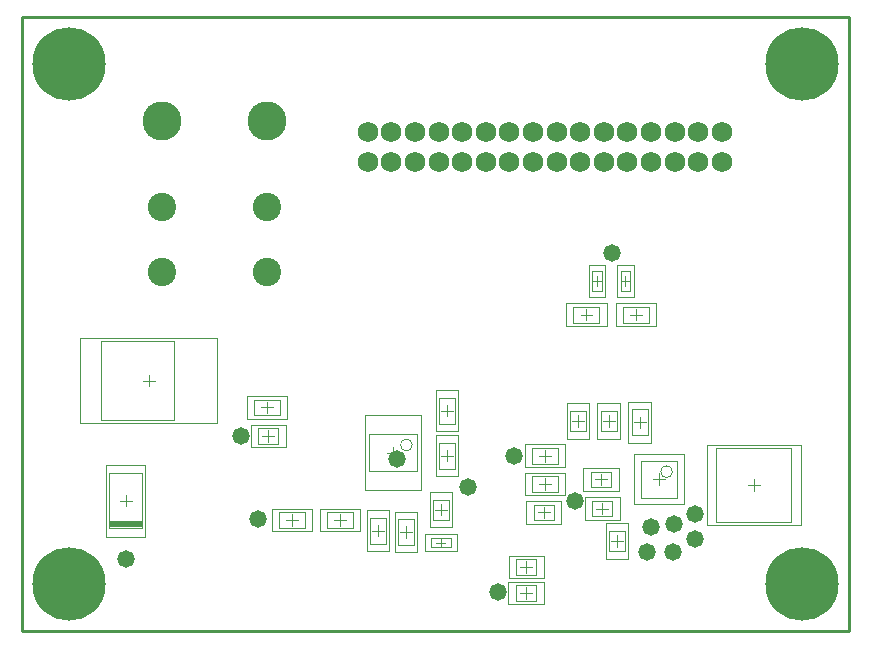
<source format=gbs>
G04*
G04 #@! TF.GenerationSoftware,Altium Limited,Altium Designer,18.1.11 (251)*
G04*
G04 Layer_Color=16711935*
%FSLAX25Y25*%
%MOIN*%
G70*
G01*
G75*
%ADD13C,0.00394*%
%ADD14C,0.01000*%
%ADD17R,0.10984X0.02436*%
%ADD18C,0.00197*%
%ADD47C,0.13005*%
%ADD48C,0.09461*%
%ADD49C,0.24422*%
%ADD50C,0.06800*%
%ADD51C,0.05800*%
D13*
X129996Y62059D02*
G03*
X129996Y62059I-1969J0D01*
G01*
X216733Y53150D02*
G03*
X216733Y53150I-1969J0D01*
G01*
X256209Y36221D02*
Y61024D01*
X231406Y36221D02*
Y61024D01*
Y36221D02*
X256209D01*
X231406Y61024D02*
X256209D01*
X39992Y34445D02*
Y52555D01*
X29008Y34445D02*
Y52555D01*
X39992D01*
X29008Y34445D02*
X39992D01*
X77169Y71866D02*
X85831D01*
X77169Y77181D02*
X85831D01*
Y71866D02*
Y77181D01*
X77169Y71866D02*
Y77181D01*
X115429Y53398D02*
Y65602D01*
X131571Y53398D02*
Y65602D01*
X115429Y53398D02*
X131571D01*
X115429Y65602D02*
X131571D01*
X202647Y113362D02*
Y120055D01*
X199497Y113362D02*
Y120055D01*
X202647D01*
X199497Y113362D02*
X202647D01*
X193147D02*
Y120055D01*
X189997Y113362D02*
Y120055D01*
X193147D01*
X189997Y113362D02*
X193147D01*
X183741Y108158D02*
X192403D01*
X183741Y102842D02*
X192403D01*
X183741D02*
Y108158D01*
X192403Y102842D02*
Y108158D01*
X200241Y102842D02*
X208903D01*
X200241Y108158D02*
X208903D01*
Y102842D02*
Y108158D01*
X200241Y102842D02*
Y108158D01*
X171299Y10063D02*
Y15378D01*
X164606Y10063D02*
Y15378D01*
Y10063D02*
X171299D01*
X164606Y15378D02*
X171299D01*
X203150Y65197D02*
Y73859D01*
X208465Y65197D02*
Y73859D01*
X203150Y65197D02*
X208465D01*
X203150Y73859D02*
X208465D01*
X192828Y66681D02*
X198143D01*
X192828Y73374D02*
X198143D01*
X192828Y66681D02*
Y73374D01*
X198143Y66681D02*
Y73374D01*
X182650Y66681D02*
X187965D01*
X182650Y73374D02*
X187965D01*
X182650Y66681D02*
Y73374D01*
X187965Y66681D02*
Y73374D01*
X170461Y36870D02*
Y42185D01*
X177154Y36870D02*
Y42185D01*
X170461D02*
X177154D01*
X170461Y36870D02*
X177154D01*
X169977Y46370D02*
X178638D01*
X169977Y51685D02*
X178638D01*
Y46370D02*
Y51685D01*
X169977Y46370D02*
Y51685D01*
X170020Y61116D02*
X178681D01*
X170020Y55801D02*
X178681D01*
X170020D02*
Y61116D01*
X178681Y55801D02*
Y61116D01*
X190008Y38192D02*
Y43507D01*
X196701Y38192D02*
Y43507D01*
X190008D02*
X196701D01*
X190008Y38192D02*
X196701D01*
X195650Y26660D02*
X200965D01*
X195650Y33353D02*
X200965D01*
X195650Y26660D02*
Y33353D01*
X200965Y26660D02*
Y33353D01*
X189508Y47870D02*
Y53185D01*
X196201Y47870D02*
Y53185D01*
X189508D02*
X196201D01*
X189508Y47870D02*
X196201D01*
X138842Y54169D02*
Y62831D01*
X144158Y54169D02*
Y62831D01*
X138842Y54169D02*
X144158D01*
X138842Y62831D02*
X144158D01*
X138842Y69169D02*
Y77831D01*
X144158Y69169D02*
Y77831D01*
X138842Y69169D02*
X144158D01*
X138842Y77831D02*
X144158D01*
X85669Y39701D02*
X94331D01*
X85669Y34386D02*
X94331D01*
X85669D02*
Y39701D01*
X94331Y34386D02*
Y39701D01*
X101669Y34386D02*
X110331D01*
X101669Y39701D02*
X110331D01*
Y34386D02*
Y39701D01*
X101669Y34386D02*
Y39701D01*
X136843Y43846D02*
X142157D01*
X136843Y37154D02*
X142157D01*
Y43846D01*
X136843Y37154D02*
Y43846D01*
X136153Y27925D02*
X142847D01*
X136153Y31075D02*
X142847D01*
Y27925D02*
Y31075D01*
X136153Y27925D02*
Y31075D01*
X121158Y29169D02*
Y37831D01*
X115842Y29169D02*
Y37831D01*
X121158D01*
X115842Y29169D02*
X121158D01*
X125343Y28669D02*
Y37331D01*
X130657Y28669D02*
Y37331D01*
X125343Y28669D02*
X130657D01*
X125343Y37331D02*
X130657D01*
X171394Y18741D02*
Y24056D01*
X164701Y18741D02*
Y24056D01*
Y18741D02*
X171394D01*
X164701Y24056D02*
X171394D01*
X206103Y56693D02*
X218307D01*
X206103Y44488D02*
X218307D01*
Y56693D01*
X206103Y44488D02*
Y56693D01*
X78654Y62343D02*
X85347D01*
X78654Y67658D02*
X85347D01*
Y62343D02*
Y67658D01*
X78654Y62343D02*
Y67658D01*
X26153Y96787D02*
X50642D01*
X26153Y70213D02*
X50642D01*
X26153D02*
Y96787D01*
X50642Y70213D02*
Y96787D01*
X241839Y48622D02*
X245776D01*
X243807Y46654D02*
Y50591D01*
X32531Y43500D02*
X36468D01*
X34500Y41532D02*
Y45469D01*
X81500Y72555D02*
Y76492D01*
X79532Y74524D02*
X83469D01*
X121531Y59500D02*
X125469D01*
X123500Y57531D02*
Y61468D01*
X199497Y116709D02*
X202647D01*
X201072Y115134D02*
Y118283D01*
X189997Y116709D02*
X193147D01*
X191572Y115134D02*
Y118283D01*
X188072Y103532D02*
Y107468D01*
X186103Y105500D02*
X190040D01*
X204572Y103532D02*
Y107468D01*
X202603Y105500D02*
X206540D01*
X165984Y12720D02*
X169921D01*
X167953Y10752D02*
Y14689D01*
X203839Y69528D02*
X207776D01*
X205807Y67559D02*
Y71496D01*
X195485Y68059D02*
Y71996D01*
X193517Y70028D02*
X197454D01*
X185307Y68059D02*
Y71996D01*
X183339Y70028D02*
X187276D01*
X171839Y39528D02*
X175776D01*
X173807Y37559D02*
Y41496D01*
X174307Y47059D02*
Y50996D01*
X172339Y49028D02*
X176276D01*
X174351Y56490D02*
Y60427D01*
X172382Y58459D02*
X176319D01*
X191386Y40850D02*
X195323D01*
X193355Y38881D02*
Y42818D01*
X198307Y28038D02*
Y31975D01*
X196339Y30006D02*
X200276D01*
X190886Y50528D02*
X194823D01*
X192855Y48559D02*
Y52496D01*
X139532Y58500D02*
X143468D01*
X141500Y56532D02*
Y60469D01*
X139532Y73500D02*
X143468D01*
X141500Y71531D02*
Y75468D01*
X90000Y35075D02*
Y39012D01*
X88032Y37043D02*
X91969D01*
X106000Y35075D02*
Y39012D01*
X104032Y37043D02*
X107968D01*
X139500Y38532D02*
Y42469D01*
X137531Y40500D02*
X141469D01*
X139500Y27925D02*
Y31075D01*
X137925Y29500D02*
X141075D01*
X116532Y33500D02*
X120468D01*
X118500Y31532D02*
Y35469D01*
X126031Y33000D02*
X129969D01*
X128000Y31032D02*
Y34969D01*
X166079Y21399D02*
X170016D01*
X168047Y19430D02*
Y23367D01*
X212205Y48622D02*
Y52559D01*
X210237Y50591D02*
X214174D01*
X82000Y63032D02*
Y66969D01*
X80032Y65000D02*
X83969D01*
X42177Y81532D02*
Y85469D01*
X40209Y83500D02*
X44146D01*
D14*
X0Y0D02*
Y204724D01*
Y0D02*
X275590D01*
Y204724D01*
X0D02*
X275590D01*
D17*
X34500Y35663D02*
D03*
D18*
X259457Y35237D02*
Y62008D01*
X228158Y35237D02*
Y62008D01*
Y35237D02*
X259457D01*
X228158Y62008D02*
X259457D01*
X40996Y31492D02*
Y55508D01*
X28004Y31492D02*
Y55508D01*
X40996D01*
X28004Y31492D02*
X40996D01*
X74807Y70784D02*
X88193D01*
X74807Y78264D02*
X88193D01*
Y70784D02*
Y78264D01*
X74807Y70784D02*
Y78264D01*
X114248Y47098D02*
Y71902D01*
X132752Y47098D02*
Y71902D01*
X114248Y47098D02*
X132752D01*
X114248Y71902D02*
X132752D01*
X203828Y111394D02*
Y122024D01*
X198316Y111394D02*
Y122024D01*
X203828D01*
X198316Y111394D02*
X203828D01*
X194328D02*
Y122024D01*
X188816Y111394D02*
Y122024D01*
X194328D01*
X188816Y111394D02*
X194328D01*
X181379Y109240D02*
X194765D01*
X181379Y101760D02*
X194765D01*
X181379D02*
Y109240D01*
X194765Y101760D02*
Y109240D01*
X197879Y101760D02*
X211265D01*
X197879Y109240D02*
X211265D01*
Y101760D02*
Y109240D01*
X197879Y101760D02*
Y109240D01*
X173858Y8980D02*
Y16461D01*
X162047Y8980D02*
Y16461D01*
Y8980D02*
X173858D01*
X162047Y16461D02*
X173858D01*
X202067Y62835D02*
Y76221D01*
X209547Y62835D02*
Y76221D01*
X202067Y62835D02*
X209547D01*
X202067Y76221D02*
X209547D01*
X191745Y64122D02*
X199226D01*
X191745Y75933D02*
X199226D01*
X191745Y64122D02*
Y75933D01*
X199226Y64122D02*
Y75933D01*
X181567Y64122D02*
X189048D01*
X181567Y75933D02*
X189048D01*
X181567Y64122D02*
Y75933D01*
X189048Y64122D02*
Y75933D01*
X167902Y35788D02*
Y43268D01*
X179713Y35788D02*
Y43268D01*
X167902D02*
X179713D01*
X167902Y35788D02*
X179713D01*
X167614Y45288D02*
X181000D01*
X167614Y52768D02*
X181000D01*
Y45288D02*
Y52768D01*
X167614Y45288D02*
Y52768D01*
X167658Y62199D02*
X181044D01*
X167658Y54719D02*
X181044D01*
X167658D02*
Y62199D01*
X181044Y54719D02*
Y62199D01*
X187449Y37110D02*
Y44590D01*
X199260Y37110D02*
Y44590D01*
X187449D02*
X199260D01*
X187449Y37110D02*
X199260D01*
X194567Y24101D02*
X202047D01*
X194567Y35912D02*
X202047D01*
X194567Y24101D02*
Y35912D01*
X202047Y24101D02*
Y35912D01*
X186949Y46788D02*
Y54268D01*
X198760Y46788D02*
Y54268D01*
X186949D02*
X198760D01*
X186949Y46788D02*
X198760D01*
X137760Y51807D02*
Y65193D01*
X145240Y51807D02*
Y65193D01*
X137760Y51807D02*
X145240D01*
X137760Y65193D02*
X145240D01*
X137760Y66807D02*
Y80193D01*
X145240Y66807D02*
Y80193D01*
X137760Y66807D02*
X145240D01*
X137760Y80193D02*
X145240D01*
X83307Y40784D02*
X96693D01*
X83307Y33303D02*
X96693D01*
X83307D02*
Y40784D01*
X96693Y33303D02*
Y40784D01*
X99307Y33303D02*
X112693D01*
X99307Y40784D02*
X112693D01*
Y33303D02*
Y40784D01*
X99307Y33303D02*
Y40784D01*
X135760Y46406D02*
X143240D01*
X135760Y34595D02*
X143240D01*
Y46406D01*
X135760Y34595D02*
Y46406D01*
X134185Y26744D02*
X144815D01*
X134185Y32256D02*
X144815D01*
Y26744D02*
Y32256D01*
X134185Y26744D02*
Y32256D01*
X122240Y26807D02*
Y40193D01*
X114760Y26807D02*
Y40193D01*
X122240D01*
X114760Y26807D02*
X122240D01*
X124260Y26307D02*
Y39693D01*
X131740Y26307D02*
Y39693D01*
X124260Y26307D02*
X131740D01*
X124260Y39693D02*
X131740D01*
X173953Y17659D02*
Y25139D01*
X162142Y17659D02*
Y25139D01*
Y17659D02*
X173953D01*
X162142Y25139D02*
X173953D01*
X203937Y58859D02*
X220473D01*
X203937Y42323D02*
X220473D01*
Y58859D01*
X203937Y42323D02*
Y58859D01*
X76095Y61260D02*
X87906D01*
X76095Y68740D02*
X87906D01*
Y61260D02*
Y68740D01*
X76095Y61260D02*
Y68740D01*
X19342Y97772D02*
X65012D01*
X19342Y69228D02*
X65012D01*
X19342D02*
Y97772D01*
X65012Y69228D02*
Y97772D01*
D47*
X81646Y170079D02*
D03*
X46500D02*
D03*
D48*
X81646Y141339D02*
D03*
Y119685D02*
D03*
X46500D02*
D03*
Y141339D02*
D03*
D49*
X259842Y188976D02*
D03*
X15748D02*
D03*
X259842Y15748D02*
D03*
X15748D02*
D03*
D50*
X115132Y166339D02*
D03*
Y156496D02*
D03*
X233242D02*
D03*
X225368D02*
D03*
X217494D02*
D03*
X209620D02*
D03*
X201746D02*
D03*
X193872D02*
D03*
X185998D02*
D03*
X178124D02*
D03*
X170250D02*
D03*
X162376D02*
D03*
X154502D02*
D03*
X146628D02*
D03*
X138754D02*
D03*
X130880D02*
D03*
X123006D02*
D03*
Y166339D02*
D03*
X130880D02*
D03*
X138754D02*
D03*
X146628D02*
D03*
X154502D02*
D03*
X162376D02*
D03*
X170250D02*
D03*
X233242D02*
D03*
X225368D02*
D03*
X217494D02*
D03*
X209620D02*
D03*
X201746D02*
D03*
X193872D02*
D03*
X185998D02*
D03*
X178124D02*
D03*
D51*
X158500Y13000D02*
D03*
X184280Y43500D02*
D03*
X163779Y58459D02*
D03*
X78500Y37295D02*
D03*
X34500Y24000D02*
D03*
X148500Y48000D02*
D03*
X196572Y126000D02*
D03*
X73000Y65156D02*
D03*
X125000Y57500D02*
D03*
X209573Y34528D02*
D03*
X208268Y26437D02*
D03*
X216807D02*
D03*
X224337Y30528D02*
D03*
X217221Y35762D02*
D03*
X224337Y39028D02*
D03*
M02*

</source>
